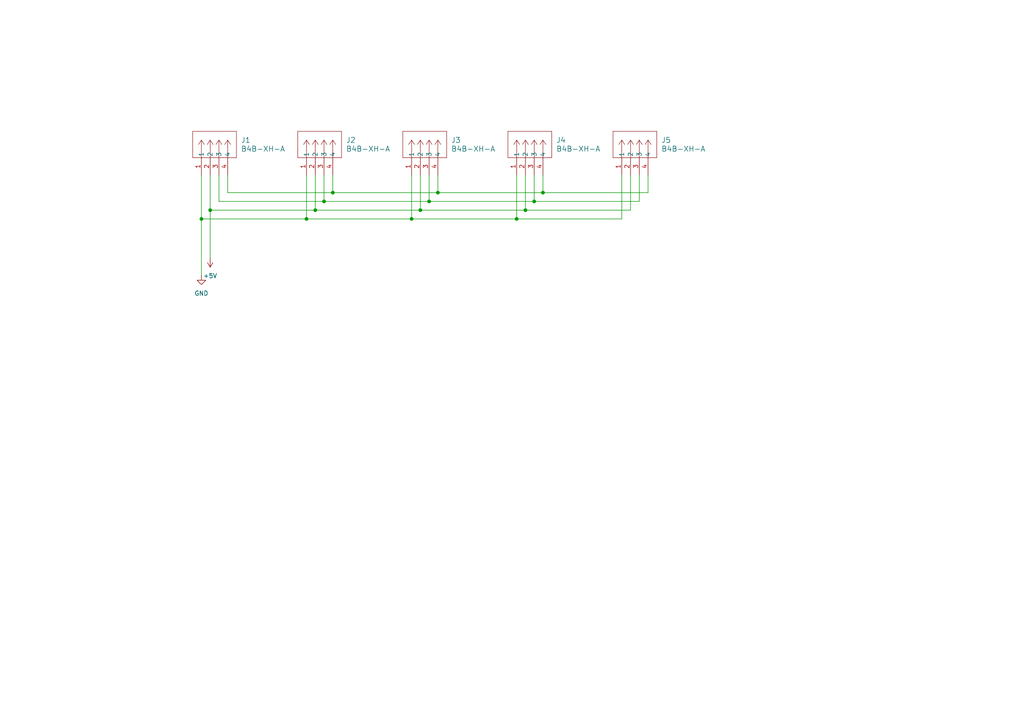
<source format=kicad_sch>
(kicad_sch
	(version 20231120)
	(generator "eeschema")
	(generator_version "8.0")
	(uuid "d053384c-9320-4180-97ed-c236683a1cb0")
	(paper "A4")
	(lib_symbols
		(symbol "Ivan Hawkes:B4B-XH-A"
			(pin_names
				(offset 0.254)
			)
			(exclude_from_sim no)
			(in_bom yes)
			(on_board yes)
			(property "Reference" "J"
				(at 8.89 6.35 0)
				(effects
					(font
						(size 1.524 1.524)
					)
				)
			)
			(property "Value" "B4B-XH-A"
				(at 0 0 0)
				(effects
					(font
						(size 1.524 1.524)
					)
				)
			)
			(property "Footprint" "CONN_B4B-XH-A_JST"
				(at 0 0 0)
				(effects
					(font
						(size 1.27 1.27)
						(italic yes)
					)
					(hide yes)
				)
			)
			(property "Datasheet" "B4B-XH-A"
				(at 0 0 0)
				(effects
					(font
						(size 1.27 1.27)
						(italic yes)
					)
					(hide yes)
				)
			)
			(property "Description" ""
				(at 0 0 0)
				(effects
					(font
						(size 1.27 1.27)
					)
					(hide yes)
				)
			)
			(property "ki_locked" ""
				(at 0 0 0)
				(effects
					(font
						(size 1.27 1.27)
					)
				)
			)
			(property "ki_keywords" "B4B-XH-A"
				(at 0 0 0)
				(effects
					(font
						(size 1.27 1.27)
					)
					(hide yes)
				)
			)
			(property "ki_fp_filters" "CONN_B4B-XH-A_JST"
				(at 0 0 0)
				(effects
					(font
						(size 1.27 1.27)
					)
					(hide yes)
				)
			)
			(symbol "B4B-XH-A_1_1"
				(polyline
					(pts
						(xy 5.08 -10.16) (xy 12.7 -10.16)
					)
					(stroke
						(width 0.127)
						(type default)
					)
					(fill
						(type none)
					)
				)
				(polyline
					(pts
						(xy 5.08 2.54) (xy 5.08 -10.16)
					)
					(stroke
						(width 0.127)
						(type default)
					)
					(fill
						(type none)
					)
				)
				(polyline
					(pts
						(xy 10.16 -7.62) (xy 5.08 -7.62)
					)
					(stroke
						(width 0.127)
						(type default)
					)
					(fill
						(type none)
					)
				)
				(polyline
					(pts
						(xy 10.16 -7.62) (xy 8.89 -8.4667)
					)
					(stroke
						(width 0.127)
						(type default)
					)
					(fill
						(type none)
					)
				)
				(polyline
					(pts
						(xy 10.16 -7.62) (xy 8.89 -6.7733)
					)
					(stroke
						(width 0.127)
						(type default)
					)
					(fill
						(type none)
					)
				)
				(polyline
					(pts
						(xy 10.16 -5.08) (xy 5.08 -5.08)
					)
					(stroke
						(width 0.127)
						(type default)
					)
					(fill
						(type none)
					)
				)
				(polyline
					(pts
						(xy 10.16 -5.08) (xy 8.89 -5.9267)
					)
					(stroke
						(width 0.127)
						(type default)
					)
					(fill
						(type none)
					)
				)
				(polyline
					(pts
						(xy 10.16 -5.08) (xy 8.89 -4.2333)
					)
					(stroke
						(width 0.127)
						(type default)
					)
					(fill
						(type none)
					)
				)
				(polyline
					(pts
						(xy 10.16 -2.54) (xy 5.08 -2.54)
					)
					(stroke
						(width 0.127)
						(type default)
					)
					(fill
						(type none)
					)
				)
				(polyline
					(pts
						(xy 10.16 -2.54) (xy 8.89 -3.3867)
					)
					(stroke
						(width 0.127)
						(type default)
					)
					(fill
						(type none)
					)
				)
				(polyline
					(pts
						(xy 10.16 -2.54) (xy 8.89 -1.6933)
					)
					(stroke
						(width 0.127)
						(type default)
					)
					(fill
						(type none)
					)
				)
				(polyline
					(pts
						(xy 10.16 0) (xy 5.08 0)
					)
					(stroke
						(width 0.127)
						(type default)
					)
					(fill
						(type none)
					)
				)
				(polyline
					(pts
						(xy 10.16 0) (xy 8.89 -0.8467)
					)
					(stroke
						(width 0.127)
						(type default)
					)
					(fill
						(type none)
					)
				)
				(polyline
					(pts
						(xy 10.16 0) (xy 8.89 0.8467)
					)
					(stroke
						(width 0.127)
						(type default)
					)
					(fill
						(type none)
					)
				)
				(polyline
					(pts
						(xy 12.7 -10.16) (xy 12.7 2.54)
					)
					(stroke
						(width 0.127)
						(type default)
					)
					(fill
						(type none)
					)
				)
				(polyline
					(pts
						(xy 12.7 2.54) (xy 5.08 2.54)
					)
					(stroke
						(width 0.127)
						(type default)
					)
					(fill
						(type none)
					)
				)
				(pin unspecified line
					(at 0 0 0)
					(length 5.08)
					(name "1"
						(effects
							(font
								(size 1.27 1.27)
							)
						)
					)
					(number "1"
						(effects
							(font
								(size 1.27 1.27)
							)
						)
					)
				)
				(pin unspecified line
					(at 0 -2.54 0)
					(length 5.08)
					(name "2"
						(effects
							(font
								(size 1.27 1.27)
							)
						)
					)
					(number "2"
						(effects
							(font
								(size 1.27 1.27)
							)
						)
					)
				)
				(pin unspecified line
					(at 0 -5.08 0)
					(length 5.08)
					(name "3"
						(effects
							(font
								(size 1.27 1.27)
							)
						)
					)
					(number "3"
						(effects
							(font
								(size 1.27 1.27)
							)
						)
					)
				)
				(pin unspecified line
					(at 0 -7.62 0)
					(length 5.08)
					(name "4"
						(effects
							(font
								(size 1.27 1.27)
							)
						)
					)
					(number "4"
						(effects
							(font
								(size 1.27 1.27)
							)
						)
					)
				)
			)
			(symbol "B4B-XH-A_1_2"
				(polyline
					(pts
						(xy 5.08 -10.16) (xy 12.7 -10.16)
					)
					(stroke
						(width 0.127)
						(type default)
					)
					(fill
						(type none)
					)
				)
				(polyline
					(pts
						(xy 5.08 2.54) (xy 5.08 -10.16)
					)
					(stroke
						(width 0.127)
						(type default)
					)
					(fill
						(type none)
					)
				)
				(polyline
					(pts
						(xy 7.62 -7.62) (xy 5.08 -7.62)
					)
					(stroke
						(width 0.127)
						(type default)
					)
					(fill
						(type none)
					)
				)
				(polyline
					(pts
						(xy 7.62 -7.62) (xy 8.89 -8.4667)
					)
					(stroke
						(width 0.127)
						(type default)
					)
					(fill
						(type none)
					)
				)
				(polyline
					(pts
						(xy 7.62 -7.62) (xy 8.89 -6.7733)
					)
					(stroke
						(width 0.127)
						(type default)
					)
					(fill
						(type none)
					)
				)
				(polyline
					(pts
						(xy 7.62 -5.08) (xy 5.08 -5.08)
					)
					(stroke
						(width 0.127)
						(type default)
					)
					(fill
						(type none)
					)
				)
				(polyline
					(pts
						(xy 7.62 -5.08) (xy 8.89 -5.9267)
					)
					(stroke
						(width 0.127)
						(type default)
					)
					(fill
						(type none)
					)
				)
				(polyline
					(pts
						(xy 7.62 -5.08) (xy 8.89 -4.2333)
					)
					(stroke
						(width 0.127)
						(type default)
					)
					(fill
						(type none)
					)
				)
				(polyline
					(pts
						(xy 7.62 -2.54) (xy 5.08 -2.54)
					)
					(stroke
						(width 0.127)
						(type default)
					)
					(fill
						(type none)
					)
				)
				(polyline
					(pts
						(xy 7.62 -2.54) (xy 8.89 -3.3867)
					)
					(stroke
						(width 0.127)
						(type default)
					)
					(fill
						(type none)
					)
				)
				(polyline
					(pts
						(xy 7.62 -2.54) (xy 8.89 -1.6933)
					)
					(stroke
						(width 0.127)
						(type default)
					)
					(fill
						(type none)
					)
				)
				(polyline
					(pts
						(xy 7.62 0) (xy 5.08 0)
					)
					(stroke
						(width 0.127)
						(type default)
					)
					(fill
						(type none)
					)
				)
				(polyline
					(pts
						(xy 7.62 0) (xy 8.89 -0.8467)
					)
					(stroke
						(width 0.127)
						(type default)
					)
					(fill
						(type none)
					)
				)
				(polyline
					(pts
						(xy 7.62 0) (xy 8.89 0.8467)
					)
					(stroke
						(width 0.127)
						(type default)
					)
					(fill
						(type none)
					)
				)
				(polyline
					(pts
						(xy 12.7 -10.16) (xy 12.7 2.54)
					)
					(stroke
						(width 0.127)
						(type default)
					)
					(fill
						(type none)
					)
				)
				(polyline
					(pts
						(xy 12.7 2.54) (xy 5.08 2.54)
					)
					(stroke
						(width 0.127)
						(type default)
					)
					(fill
						(type none)
					)
				)
				(pin unspecified line
					(at 0 0 0)
					(length 5.08)
					(name "1"
						(effects
							(font
								(size 1.27 1.27)
							)
						)
					)
					(number "1"
						(effects
							(font
								(size 1.27 1.27)
							)
						)
					)
				)
				(pin unspecified line
					(at 0 -2.54 0)
					(length 5.08)
					(name "2"
						(effects
							(font
								(size 1.27 1.27)
							)
						)
					)
					(number "2"
						(effects
							(font
								(size 1.27 1.27)
							)
						)
					)
				)
				(pin unspecified line
					(at 0 -5.08 0)
					(length 5.08)
					(name "3"
						(effects
							(font
								(size 1.27 1.27)
							)
						)
					)
					(number "3"
						(effects
							(font
								(size 1.27 1.27)
							)
						)
					)
				)
				(pin unspecified line
					(at 0 -7.62 0)
					(length 5.08)
					(name "4"
						(effects
							(font
								(size 1.27 1.27)
							)
						)
					)
					(number "4"
						(effects
							(font
								(size 1.27 1.27)
							)
						)
					)
				)
			)
		)
		(symbol "power:+5V"
			(power)
			(pin_numbers hide)
			(pin_names
				(offset 0) hide)
			(exclude_from_sim no)
			(in_bom yes)
			(on_board yes)
			(property "Reference" "#PWR"
				(at 0 -3.81 0)
				(effects
					(font
						(size 1.27 1.27)
					)
					(hide yes)
				)
			)
			(property "Value" "+5V"
				(at 0 3.556 0)
				(effects
					(font
						(size 1.27 1.27)
					)
				)
			)
			(property "Footprint" ""
				(at 0 0 0)
				(effects
					(font
						(size 1.27 1.27)
					)
					(hide yes)
				)
			)
			(property "Datasheet" ""
				(at 0 0 0)
				(effects
					(font
						(size 1.27 1.27)
					)
					(hide yes)
				)
			)
			(property "Description" "Power symbol creates a global label with name \"+5V\""
				(at 0 0 0)
				(effects
					(font
						(size 1.27 1.27)
					)
					(hide yes)
				)
			)
			(property "ki_keywords" "global power"
				(at 0 0 0)
				(effects
					(font
						(size 1.27 1.27)
					)
					(hide yes)
				)
			)
			(symbol "+5V_0_1"
				(polyline
					(pts
						(xy -0.762 1.27) (xy 0 2.54)
					)
					(stroke
						(width 0)
						(type default)
					)
					(fill
						(type none)
					)
				)
				(polyline
					(pts
						(xy 0 0) (xy 0 2.54)
					)
					(stroke
						(width 0)
						(type default)
					)
					(fill
						(type none)
					)
				)
				(polyline
					(pts
						(xy 0 2.54) (xy 0.762 1.27)
					)
					(stroke
						(width 0)
						(type default)
					)
					(fill
						(type none)
					)
				)
			)
			(symbol "+5V_1_1"
				(pin power_in line
					(at 0 0 90)
					(length 0)
					(name "~"
						(effects
							(font
								(size 1.27 1.27)
							)
						)
					)
					(number "1"
						(effects
							(font
								(size 1.27 1.27)
							)
						)
					)
				)
			)
		)
		(symbol "power:GND"
			(power)
			(pin_numbers hide)
			(pin_names
				(offset 0) hide)
			(exclude_from_sim no)
			(in_bom yes)
			(on_board yes)
			(property "Reference" "#PWR"
				(at 0 -6.35 0)
				(effects
					(font
						(size 1.27 1.27)
					)
					(hide yes)
				)
			)
			(property "Value" "GND"
				(at 0 -3.81 0)
				(effects
					(font
						(size 1.27 1.27)
					)
				)
			)
			(property "Footprint" ""
				(at 0 0 0)
				(effects
					(font
						(size 1.27 1.27)
					)
					(hide yes)
				)
			)
			(property "Datasheet" ""
				(at 0 0 0)
				(effects
					(font
						(size 1.27 1.27)
					)
					(hide yes)
				)
			)
			(property "Description" "Power symbol creates a global label with name \"GND\" , ground"
				(at 0 0 0)
				(effects
					(font
						(size 1.27 1.27)
					)
					(hide yes)
				)
			)
			(property "ki_keywords" "global power"
				(at 0 0 0)
				(effects
					(font
						(size 1.27 1.27)
					)
					(hide yes)
				)
			)
			(symbol "GND_0_1"
				(polyline
					(pts
						(xy 0 0) (xy 0 -1.27) (xy 1.27 -1.27) (xy 0 -2.54) (xy -1.27 -1.27) (xy 0 -1.27)
					)
					(stroke
						(width 0)
						(type default)
					)
					(fill
						(type none)
					)
				)
			)
			(symbol "GND_1_1"
				(pin power_in line
					(at 0 0 270)
					(length 0)
					(name "~"
						(effects
							(font
								(size 1.27 1.27)
							)
						)
					)
					(number "1"
						(effects
							(font
								(size 1.27 1.27)
							)
						)
					)
				)
			)
		)
	)
	(junction
		(at 154.94 58.42)
		(diameter 0)
		(color 0 0 0 0)
		(uuid "05efee90-f558-4d88-b0d1-2550cba0f0ac")
	)
	(junction
		(at 93.98 58.42)
		(diameter 0)
		(color 0 0 0 0)
		(uuid "182e6e26-7713-434c-8049-5dbd52e417f5")
	)
	(junction
		(at 152.4 60.96)
		(diameter 0)
		(color 0 0 0 0)
		(uuid "2e5ae622-0447-4bb7-b8b7-742d4158de78")
	)
	(junction
		(at 124.46 58.42)
		(diameter 0)
		(color 0 0 0 0)
		(uuid "4f5ff27a-d147-4ad0-8f46-2e5bb6405a47")
	)
	(junction
		(at 60.96 60.96)
		(diameter 0)
		(color 0 0 0 0)
		(uuid "605e445a-0ce6-4642-b555-218b130e7a0e")
	)
	(junction
		(at 149.86 63.5)
		(diameter 0)
		(color 0 0 0 0)
		(uuid "61a4aa52-956a-48b6-94f7-570916dad4ec")
	)
	(junction
		(at 96.52 55.88)
		(diameter 0)
		(color 0 0 0 0)
		(uuid "883a9089-e9ab-466d-9b13-4ea0f50ca8d4")
	)
	(junction
		(at 119.38 63.5)
		(diameter 0)
		(color 0 0 0 0)
		(uuid "aa911bb0-6a1f-42bd-9f1b-64486d9bf083")
	)
	(junction
		(at 88.9 63.5)
		(diameter 0)
		(color 0 0 0 0)
		(uuid "bf2b0da3-b662-4551-884d-fb251feaa026")
	)
	(junction
		(at 127 55.88)
		(diameter 0)
		(color 0 0 0 0)
		(uuid "d8c95213-e6e0-484a-9700-cb5c844de975")
	)
	(junction
		(at 121.92 60.96)
		(diameter 0)
		(color 0 0 0 0)
		(uuid "da02acf7-ca95-4d80-ab36-a7b0de0b29d5")
	)
	(junction
		(at 91.44 60.96)
		(diameter 0)
		(color 0 0 0 0)
		(uuid "e9141407-8276-43e4-80d8-d8919306dac6")
	)
	(junction
		(at 58.42 63.5)
		(diameter 0)
		(color 0 0 0 0)
		(uuid "fa099e22-bba5-4480-853c-9dba440de35b")
	)
	(junction
		(at 157.48 55.88)
		(diameter 0)
		(color 0 0 0 0)
		(uuid "fedf19a7-c985-44a2-830b-69fa7ca862cd")
	)
	(wire
		(pts
			(xy 124.46 50.8) (xy 124.46 58.42)
		)
		(stroke
			(width 0)
			(type default)
		)
		(uuid "1109eca3-9569-4a8d-8e30-f7aacbf4a363")
	)
	(wire
		(pts
			(xy 91.44 50.8) (xy 91.44 60.96)
		)
		(stroke
			(width 0)
			(type default)
		)
		(uuid "124ae38d-66ce-42d0-b21a-6666a8c68bc5")
	)
	(wire
		(pts
			(xy 60.96 60.96) (xy 60.96 74.93)
		)
		(stroke
			(width 0)
			(type default)
		)
		(uuid "1263d87b-0f5a-4f97-9886-4c95cbeab6c2")
	)
	(wire
		(pts
			(xy 157.48 55.88) (xy 187.96 55.88)
		)
		(stroke
			(width 0)
			(type default)
		)
		(uuid "19d8e902-5101-4e54-9816-ee5d704f6def")
	)
	(wire
		(pts
			(xy 121.92 60.96) (xy 152.4 60.96)
		)
		(stroke
			(width 0)
			(type default)
		)
		(uuid "1ad9e695-d8ea-4eb6-a1e0-554b8f43d265")
	)
	(wire
		(pts
			(xy 149.86 63.5) (xy 180.34 63.5)
		)
		(stroke
			(width 0)
			(type default)
		)
		(uuid "23e92ea5-4777-449c-b675-b93ee5f240af")
	)
	(wire
		(pts
			(xy 66.04 50.8) (xy 66.04 55.88)
		)
		(stroke
			(width 0)
			(type default)
		)
		(uuid "3478706c-deea-4e77-b6da-9ebc90131ad3")
	)
	(wire
		(pts
			(xy 127 50.8) (xy 127 55.88)
		)
		(stroke
			(width 0)
			(type default)
		)
		(uuid "3e639ccd-5127-4f04-9b30-5d3bd3cbf747")
	)
	(wire
		(pts
			(xy 119.38 50.8) (xy 119.38 63.5)
		)
		(stroke
			(width 0)
			(type default)
		)
		(uuid "41c3a8c3-a674-4954-8044-d73aa786b41f")
	)
	(wire
		(pts
			(xy 154.94 58.42) (xy 185.42 58.42)
		)
		(stroke
			(width 0)
			(type default)
		)
		(uuid "43effd70-4923-42db-9cae-a0bdda996bb0")
	)
	(wire
		(pts
			(xy 88.9 63.5) (xy 119.38 63.5)
		)
		(stroke
			(width 0)
			(type default)
		)
		(uuid "4635e265-b4d9-4de5-bc44-4041e81bac53")
	)
	(wire
		(pts
			(xy 58.42 63.5) (xy 88.9 63.5)
		)
		(stroke
			(width 0)
			(type default)
		)
		(uuid "47259940-e6ff-4d6d-b3e6-0fc4b1a30e37")
	)
	(wire
		(pts
			(xy 91.44 60.96) (xy 121.92 60.96)
		)
		(stroke
			(width 0)
			(type default)
		)
		(uuid "54811b29-540c-4505-8040-8cfae689fee1")
	)
	(wire
		(pts
			(xy 119.38 63.5) (xy 149.86 63.5)
		)
		(stroke
			(width 0)
			(type default)
		)
		(uuid "56539b8b-9db6-4cca-a040-ccecaa241489")
	)
	(wire
		(pts
			(xy 58.42 63.5) (xy 58.42 80.01)
		)
		(stroke
			(width 0)
			(type default)
		)
		(uuid "5e15cd2b-2b26-4e15-9e11-3aa4491ce4a5")
	)
	(wire
		(pts
			(xy 63.5 50.8) (xy 63.5 58.42)
		)
		(stroke
			(width 0)
			(type default)
		)
		(uuid "5f900e56-6006-4fdd-b65c-d251e66b0001")
	)
	(wire
		(pts
			(xy 121.92 50.8) (xy 121.92 60.96)
		)
		(stroke
			(width 0)
			(type default)
		)
		(uuid "63d48056-2b5f-48c8-a11a-27466f66bb0a")
	)
	(wire
		(pts
			(xy 93.98 50.8) (xy 93.98 58.42)
		)
		(stroke
			(width 0)
			(type default)
		)
		(uuid "6e0db3bc-3e3d-4afc-b6af-b44d9bef843a")
	)
	(wire
		(pts
			(xy 66.04 55.88) (xy 96.52 55.88)
		)
		(stroke
			(width 0)
			(type default)
		)
		(uuid "776a13ec-7a11-470d-907b-03a8444fbf6f")
	)
	(wire
		(pts
			(xy 187.96 50.8) (xy 187.96 55.88)
		)
		(stroke
			(width 0)
			(type default)
		)
		(uuid "7b3048f6-625d-48e1-84a6-032f966c1c61")
	)
	(wire
		(pts
			(xy 96.52 55.88) (xy 127 55.88)
		)
		(stroke
			(width 0)
			(type default)
		)
		(uuid "7fd1ec2f-6d31-4eb6-9570-8d904bc024e3")
	)
	(wire
		(pts
			(xy 157.48 50.8) (xy 157.48 55.88)
		)
		(stroke
			(width 0)
			(type default)
		)
		(uuid "8079f47e-c759-4fbb-aaf3-c03172c9f084")
	)
	(wire
		(pts
			(xy 63.5 58.42) (xy 93.98 58.42)
		)
		(stroke
			(width 0)
			(type default)
		)
		(uuid "956460c5-2a36-4fc7-8273-97d5410fa084")
	)
	(wire
		(pts
			(xy 96.52 50.8) (xy 96.52 55.88)
		)
		(stroke
			(width 0)
			(type default)
		)
		(uuid "9bca1a9d-362e-4533-8768-c7fea98249db")
	)
	(wire
		(pts
			(xy 60.96 60.96) (xy 91.44 60.96)
		)
		(stroke
			(width 0)
			(type default)
		)
		(uuid "a354f22c-482a-4f06-9331-a74a6692259f")
	)
	(wire
		(pts
			(xy 154.94 50.8) (xy 154.94 58.42)
		)
		(stroke
			(width 0)
			(type default)
		)
		(uuid "a77eea12-3d64-462b-a511-a1873a560add")
	)
	(wire
		(pts
			(xy 93.98 58.42) (xy 124.46 58.42)
		)
		(stroke
			(width 0)
			(type default)
		)
		(uuid "ab4a4bef-6531-4b60-9521-8dd9893ef6fe")
	)
	(wire
		(pts
			(xy 127 55.88) (xy 157.48 55.88)
		)
		(stroke
			(width 0)
			(type default)
		)
		(uuid "b15c6157-ea91-4318-8a01-07c8a6f90740")
	)
	(wire
		(pts
			(xy 88.9 50.8) (xy 88.9 63.5)
		)
		(stroke
			(width 0)
			(type default)
		)
		(uuid "b1ec7350-8e7f-4edf-bd8c-a96868bcb56c")
	)
	(wire
		(pts
			(xy 180.34 50.8) (xy 180.34 63.5)
		)
		(stroke
			(width 0)
			(type default)
		)
		(uuid "c48ae047-db46-490b-9399-a58a84d783fa")
	)
	(wire
		(pts
			(xy 152.4 50.8) (xy 152.4 60.96)
		)
		(stroke
			(width 0)
			(type default)
		)
		(uuid "cbf28689-34e9-463d-a872-2064e052eb68")
	)
	(wire
		(pts
			(xy 124.46 58.42) (xy 154.94 58.42)
		)
		(stroke
			(width 0)
			(type default)
		)
		(uuid "d6f9b808-e9e1-4760-8f75-12b02e630145")
	)
	(wire
		(pts
			(xy 182.88 50.8) (xy 182.88 60.96)
		)
		(stroke
			(width 0)
			(type default)
		)
		(uuid "d7099d58-38ca-4bb6-b3eb-c41e7db280a9")
	)
	(wire
		(pts
			(xy 58.42 50.8) (xy 58.42 63.5)
		)
		(stroke
			(width 0)
			(type default)
		)
		(uuid "dab103c2-88ba-43dc-9f8e-335179e71147")
	)
	(wire
		(pts
			(xy 185.42 50.8) (xy 185.42 58.42)
		)
		(stroke
			(width 0)
			(type default)
		)
		(uuid "e08ea64a-5c15-4c0b-b803-3cd27945e8b7")
	)
	(wire
		(pts
			(xy 152.4 60.96) (xy 182.88 60.96)
		)
		(stroke
			(width 0)
			(type default)
		)
		(uuid "e3ed0230-6e15-448f-ac35-3b0cf617d5c8")
	)
	(wire
		(pts
			(xy 149.86 50.8) (xy 149.86 63.5)
		)
		(stroke
			(width 0)
			(type default)
		)
		(uuid "f39b4876-79df-4e90-b134-ac4a85e45c6c")
	)
	(wire
		(pts
			(xy 60.96 50.8) (xy 60.96 60.96)
		)
		(stroke
			(width 0)
			(type default)
		)
		(uuid "f789b874-02b2-4398-8df5-89d5bc1dbddc")
	)
	(symbol
		(lib_id "Ivan Hawkes:B4B-XH-A")
		(at 119.38 50.8 90)
		(unit 1)
		(exclude_from_sim no)
		(in_bom yes)
		(on_board yes)
		(dnp no)
		(fields_autoplaced yes)
		(uuid "19f42369-b595-4746-a4be-5d8e6e365da9")
		(property "Reference" "J3"
			(at 130.81 40.6399 90)
			(effects
				(font
					(size 1.524 1.524)
				)
				(justify right)
			)
		)
		(property "Value" "B4B-XH-A"
			(at 130.81 43.1799 90)
			(effects
				(font
					(size 1.524 1.524)
				)
				(justify right)
			)
		)
		(property "Footprint" "CONN_B4B-XH-A_JST"
			(at 119.38 50.8 0)
			(effects
				(font
					(size 1.27 1.27)
					(italic yes)
				)
				(hide yes)
			)
		)
		(property "Datasheet" "B4B-XH-A"
			(at 119.38 50.8 0)
			(effects
				(font
					(size 1.27 1.27)
					(italic yes)
				)
				(hide yes)
			)
		)
		(property "Description" ""
			(at 119.38 50.8 0)
			(effects
				(font
					(size 1.27 1.27)
				)
				(hide yes)
			)
		)
		(pin "2"
			(uuid "faaa36c8-3ed3-4d28-980f-c07297240c2f")
		)
		(pin "4"
			(uuid "ad5e9c06-d3b1-4c46-92a9-11a08cd47a22")
		)
		(pin "3"
			(uuid "aa7ce505-0806-4edd-a8d5-a445987794fc")
		)
		(pin "1"
			(uuid "2fd39db3-579f-4896-83ca-d4fb5c241c42")
		)
		(instances
			(project "tiny-bus"
				(path "/d053384c-9320-4180-97ed-c236683a1cb0"
					(reference "J3")
					(unit 1)
				)
			)
		)
	)
	(symbol
		(lib_id "power:GND")
		(at 58.42 80.01 0)
		(unit 1)
		(exclude_from_sim no)
		(in_bom yes)
		(on_board yes)
		(dnp no)
		(fields_autoplaced yes)
		(uuid "52d54bc5-9585-41c8-8029-aef31c003e77")
		(property "Reference" "#PWR02"
			(at 58.42 86.36 0)
			(effects
				(font
					(size 1.27 1.27)
				)
				(hide yes)
			)
		)
		(property "Value" "GND"
			(at 58.42 85.09 0)
			(effects
				(font
					(size 1.27 1.27)
				)
			)
		)
		(property "Footprint" ""
			(at 58.42 80.01 0)
			(effects
				(font
					(size 1.27 1.27)
				)
				(hide yes)
			)
		)
		(property "Datasheet" ""
			(at 58.42 80.01 0)
			(effects
				(font
					(size 1.27 1.27)
				)
				(hide yes)
			)
		)
		(property "Description" "Power symbol creates a global label with name \"GND\" , ground"
			(at 58.42 80.01 0)
			(effects
				(font
					(size 1.27 1.27)
				)
				(hide yes)
			)
		)
		(pin "1"
			(uuid "384a258f-9221-4763-9105-5ec4e00b50ac")
		)
		(instances
			(project ""
				(path "/d053384c-9320-4180-97ed-c236683a1cb0"
					(reference "#PWR02")
					(unit 1)
				)
			)
		)
	)
	(symbol
		(lib_id "Ivan Hawkes:B4B-XH-A")
		(at 58.42 50.8 90)
		(unit 1)
		(exclude_from_sim no)
		(in_bom yes)
		(on_board yes)
		(dnp no)
		(fields_autoplaced yes)
		(uuid "56b77a10-f80b-40cb-ae34-3f618047252b")
		(property "Reference" "J1"
			(at 69.85 40.6399 90)
			(effects
				(font
					(size 1.524 1.524)
				)
				(justify right)
			)
		)
		(property "Value" "B4B-XH-A"
			(at 69.85 43.1799 90)
			(effects
				(font
					(size 1.524 1.524)
				)
				(justify right)
			)
		)
		(property "Footprint" "CONN_B4B-XH-A_JST"
			(at 58.42 50.8 0)
			(effects
				(font
					(size 1.27 1.27)
					(italic yes)
				)
				(hide yes)
			)
		)
		(property "Datasheet" "B4B-XH-A"
			(at 58.42 50.8 0)
			(effects
				(font
					(size 1.27 1.27)
					(italic yes)
				)
				(hide yes)
			)
		)
		(property "Description" ""
			(at 58.42 50.8 0)
			(effects
				(font
					(size 1.27 1.27)
				)
				(hide yes)
			)
		)
		(pin "2"
			(uuid "ff80b8c5-8345-4e18-b698-eccdc7d7a94c")
		)
		(pin "4"
			(uuid "aae84324-e935-4625-b25d-7cc72a67de09")
		)
		(pin "3"
			(uuid "c2e289b4-6393-4436-9214-e111acb9118e")
		)
		(pin "1"
			(uuid "d7309e03-27be-4da2-8df5-ba5ab494c1b5")
		)
		(instances
			(project ""
				(path "/d053384c-9320-4180-97ed-c236683a1cb0"
					(reference "J1")
					(unit 1)
				)
			)
		)
	)
	(symbol
		(lib_id "power:+5V")
		(at 60.96 74.93 180)
		(unit 1)
		(exclude_from_sim no)
		(in_bom yes)
		(on_board yes)
		(dnp no)
		(fields_autoplaced yes)
		(uuid "67b3014b-b3c7-4310-8c57-185073cd4a38")
		(property "Reference" "#PWR01"
			(at 60.96 71.12 0)
			(effects
				(font
					(size 1.27 1.27)
				)
				(hide yes)
			)
		)
		(property "Value" "+5V"
			(at 60.96 80.01 0)
			(effects
				(font
					(size 1.27 1.27)
				)
			)
		)
		(property "Footprint" ""
			(at 60.96 74.93 0)
			(effects
				(font
					(size 1.27 1.27)
				)
				(hide yes)
			)
		)
		(property "Datasheet" ""
			(at 60.96 74.93 0)
			(effects
				(font
					(size 1.27 1.27)
				)
				(hide yes)
			)
		)
		(property "Description" "Power symbol creates a global label with name \"+5V\""
			(at 60.96 74.93 0)
			(effects
				(font
					(size 1.27 1.27)
				)
				(hide yes)
			)
		)
		(pin "1"
			(uuid "b5ad27a8-f6d3-43b4-aa64-b1fe71f50652")
		)
		(instances
			(project ""
				(path "/d053384c-9320-4180-97ed-c236683a1cb0"
					(reference "#PWR01")
					(unit 1)
				)
			)
		)
	)
	(symbol
		(lib_id "Ivan Hawkes:B4B-XH-A")
		(at 180.34 50.8 90)
		(unit 1)
		(exclude_from_sim no)
		(in_bom yes)
		(on_board yes)
		(dnp no)
		(fields_autoplaced yes)
		(uuid "77dca366-4b41-4c95-9912-588a360429de")
		(property "Reference" "J5"
			(at 191.77 40.6399 90)
			(effects
				(font
					(size 1.524 1.524)
				)
				(justify right)
			)
		)
		(property "Value" "B4B-XH-A"
			(at 191.77 43.1799 90)
			(effects
				(font
					(size 1.524 1.524)
				)
				(justify right)
			)
		)
		(property "Footprint" "CONN_B4B-XH-A_JST"
			(at 180.34 50.8 0)
			(effects
				(font
					(size 1.27 1.27)
					(italic yes)
				)
				(hide yes)
			)
		)
		(property "Datasheet" "B4B-XH-A"
			(at 180.34 50.8 0)
			(effects
				(font
					(size 1.27 1.27)
					(italic yes)
				)
				(hide yes)
			)
		)
		(property "Description" ""
			(at 180.34 50.8 0)
			(effects
				(font
					(size 1.27 1.27)
				)
				(hide yes)
			)
		)
		(pin "2"
			(uuid "076d8326-8483-4747-adf7-1066a9fa417b")
		)
		(pin "4"
			(uuid "b8a88cfc-e18e-4505-bfc5-ebd3695315b1")
		)
		(pin "3"
			(uuid "0222d650-9408-4653-945a-851128112815")
		)
		(pin "1"
			(uuid "7e86a681-f50e-458b-bfe4-14bb6925aa36")
		)
		(instances
			(project "tiny-bus"
				(path "/d053384c-9320-4180-97ed-c236683a1cb0"
					(reference "J5")
					(unit 1)
				)
			)
		)
	)
	(symbol
		(lib_id "Ivan Hawkes:B4B-XH-A")
		(at 149.86 50.8 90)
		(unit 1)
		(exclude_from_sim no)
		(in_bom yes)
		(on_board yes)
		(dnp no)
		(fields_autoplaced yes)
		(uuid "bdd41035-7637-4f76-8447-e60d196d4100")
		(property "Reference" "J4"
			(at 161.29 40.6399 90)
			(effects
				(font
					(size 1.524 1.524)
				)
				(justify right)
			)
		)
		(property "Value" "B4B-XH-A"
			(at 161.29 43.1799 90)
			(effects
				(font
					(size 1.524 1.524)
				)
				(justify right)
			)
		)
		(property "Footprint" "CONN_B4B-XH-A_JST"
			(at 149.86 50.8 0)
			(effects
				(font
					(size 1.27 1.27)
					(italic yes)
				)
				(hide yes)
			)
		)
		(property "Datasheet" "B4B-XH-A"
			(at 149.86 50.8 0)
			(effects
				(font
					(size 1.27 1.27)
					(italic yes)
				)
				(hide yes)
			)
		)
		(property "Description" ""
			(at 149.86 50.8 0)
			(effects
				(font
					(size 1.27 1.27)
				)
				(hide yes)
			)
		)
		(pin "2"
			(uuid "4c00429b-50b2-4df6-9e23-e953d29af223")
		)
		(pin "4"
			(uuid "8abad6fe-ffeb-4aea-ba82-d56abec31b8b")
		)
		(pin "3"
			(uuid "199b37c0-a842-4d7a-8630-f4c124931403")
		)
		(pin "1"
			(uuid "d624bdad-993f-4c1b-99d9-c50552a6c9be")
		)
		(instances
			(project "tiny-bus"
				(path "/d053384c-9320-4180-97ed-c236683a1cb0"
					(reference "J4")
					(unit 1)
				)
			)
		)
	)
	(symbol
		(lib_id "Ivan Hawkes:B4B-XH-A")
		(at 88.9 50.8 90)
		(unit 1)
		(exclude_from_sim no)
		(in_bom yes)
		(on_board yes)
		(dnp no)
		(fields_autoplaced yes)
		(uuid "bfd695e6-a013-407f-8ac5-4e5ab8a906ac")
		(property "Reference" "J2"
			(at 100.33 40.6399 90)
			(effects
				(font
					(size 1.524 1.524)
				)
				(justify right)
			)
		)
		(property "Value" "B4B-XH-A"
			(at 100.33 43.1799 90)
			(effects
				(font
					(size 1.524 1.524)
				)
				(justify right)
			)
		)
		(property "Footprint" "CONN_B4B-XH-A_JST"
			(at 88.9 50.8 0)
			(effects
				(font
					(size 1.27 1.27)
					(italic yes)
				)
				(hide yes)
			)
		)
		(property "Datasheet" "B4B-XH-A"
			(at 88.9 50.8 0)
			(effects
				(font
					(size 1.27 1.27)
					(italic yes)
				)
				(hide yes)
			)
		)
		(property "Description" ""
			(at 88.9 50.8 0)
			(effects
				(font
					(size 1.27 1.27)
				)
				(hide yes)
			)
		)
		(pin "2"
			(uuid "12ee09ab-927a-45a0-8fe7-57824dd003c4")
		)
		(pin "4"
			(uuid "7c6bfb49-974a-4900-b4ad-733f6cbc4b17")
		)
		(pin "3"
			(uuid "5e52bd29-a610-4355-8695-e7dbb392c404")
		)
		(pin "1"
			(uuid "17b254e2-f4d6-474a-82e9-16ca6648c1aa")
		)
		(instances
			(project "tiny-bus"
				(path "/d053384c-9320-4180-97ed-c236683a1cb0"
					(reference "J2")
					(unit 1)
				)
			)
		)
	)
	(sheet_instances
		(path "/"
			(page "1")
		)
	)
)

</source>
